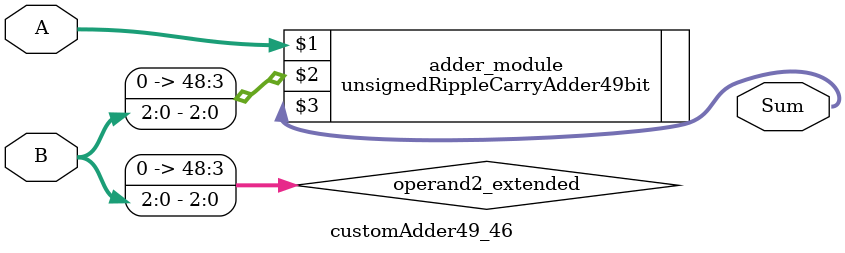
<source format=v>
module customAdder49_46(
                        input [48 : 0] A,
                        input [2 : 0] B,
                        
                        output [49 : 0] Sum
                );

        wire [48 : 0] operand2_extended;
        
        assign operand2_extended =  {46'b0, B};
        
        unsignedRippleCarryAdder49bit adder_module(
            A,
            operand2_extended,
            Sum
        );
        
        endmodule
        
</source>
